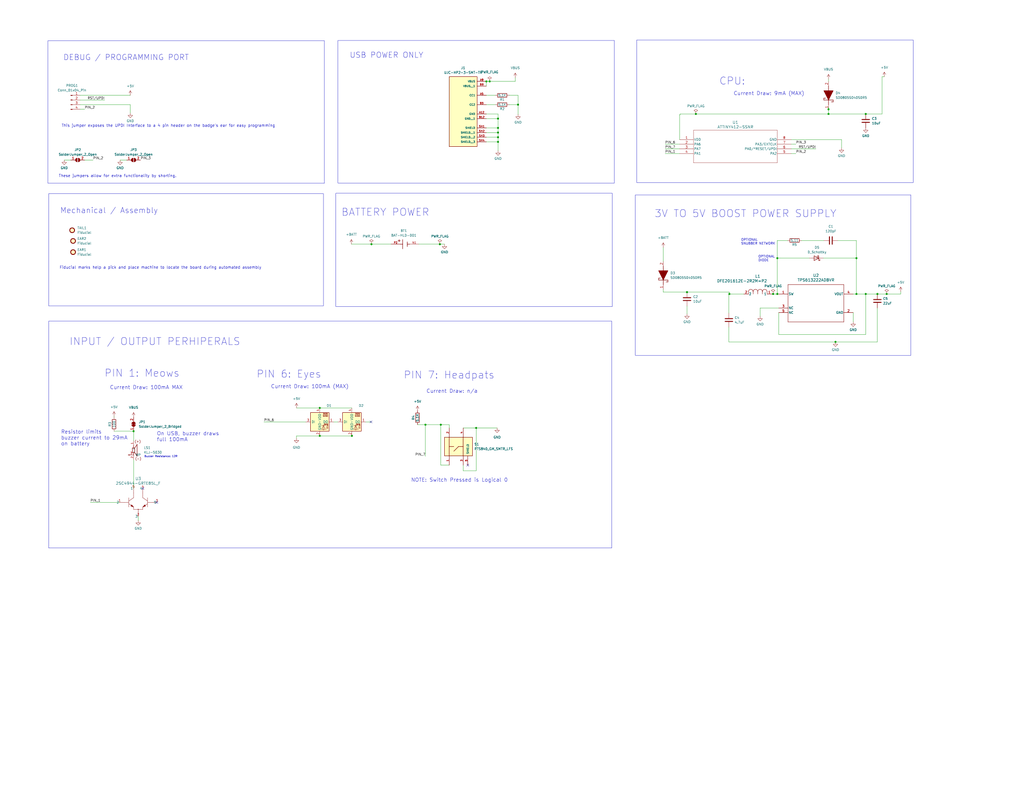
<source format=kicad_sch>
(kicad_sch (version 20231120) (generator "eeschema") (generator_version "8.0")
  (paper "C")
  (lib_symbols
    (symbol "2024-07-03_14-20-21:2SC4944-GRTE85L_F" (pin_names (offset 0.254))
      (property "Reference" "U" (at 0 0 0))
      (property "Value" "2SC4944-GRTE85L_F" (at 0 0 0))
      (symbol "2SC4944-GRTE85L_F_0_1"
        (polyline (pts (xy -2.54 -5.08) (xy 0 -5.08)))
        (polyline (pts (xy 2.54 -5.842) (xy 5.08 -7.62)))
        (polyline (pts (xy 2.54 -5.08) (xy 0 -5.08)))
        (polyline (pts (xy 2.54 -2.54) (xy 2.54 -7.62)))
        (polyline (pts (xy 5.08 -8.89) (xy 10.16 -8.89)))
        (polyline (pts (xy 5.08 -7.62) (xy 5.08 -8.89)))
        (polyline (pts (xy 5.08 -2.54) (xy 2.54 -4.318)))
        (polyline (pts (xy 5.08 -2.54) (xy 5.08 0)))
        (polyline (pts (xy 5.08 2.54) (xy 5.08 0)))
        (polyline (pts (xy 7.62 -12.7) (xy 7.62 -10.16)))
        (polyline (pts (xy 7.62 -8.89) (xy 7.62 -10.16)))
        (polyline (pts (xy 10.16 -7.62) (xy 10.16 -8.89)))
        (polyline (pts (xy 10.16 -7.62) (xy 12.7 -5.842)))
        (polyline (pts (xy 10.16 -2.54) (xy 10.16 0)))
        (polyline (pts (xy 10.16 2.54) (xy 10.16 0)))
        (polyline (pts (xy 12.7 -7.62) (xy 12.7 -2.54)))
        (polyline (pts (xy 12.7 -5.08) (xy 15.24 -5.08)))
        (polyline (pts (xy 12.7 -4.318) (xy 10.16 -2.54)))
        (polyline (pts (xy 17.78 -5.08) (xy 15.24 -5.08)))
        (polyline (pts (xy 5.08 -7.62) (xy 4.064 -6.35) (xy 3.556 -7.112) (xy 5.08 -7.62)) (fill (type outline)))
        (polyline (pts (xy 10.16 -7.62) (xy 11.684 -7.112) (xy 11.176 -6.35) (xy 10.16 -7.62)) (fill (type outline)))
        (circle (center 7.62 -8.89) (radius 0.127) (stroke (width 0.254)))
        (pin unspecified line (at -2.5146 -5.08 180) (length 0.0254) (name "2") (number "1"))
        (pin unspecified line (at 7.6454 -12.7 180) (length 0.0254) (name "3") (number "2"))
        (pin unspecified line (at 17.8054 -5.08 180) (length 0.0254) (name "5") (number "3"))
        (pin unspecified line (at 10.1854 2.54 180) (length 0.0254) (name "4") (number "4"))
        (pin unspecified line (at 5.1054 2.54 180) (length 0.0254) (name "1") (number "5"))
      )
    )
    (symbol "2024-09-13_14-23-00:TPS613222ADBVR" (pin_names (offset 0.254))
      (property "Reference" "U" (at 0 2.54 0))
      (property "Value" "TPS613222ADBVR" (at 0 0 0))
      (symbol "TPS613222ADBVR_0_1"
        (polyline (pts (xy -15.24 -10.16) (xy 15.24 -10.16)) (stroke (width 0.2032)))
        (polyline (pts (xy -15.24 10.16) (xy -15.24 -10.16)) (stroke (width 0.2032)))
        (polyline (pts (xy 15.24 -10.16) (xy 15.24 10.16)) (stroke (width 0.2032)))
        (polyline (pts (xy 15.24 10.16) (xy -15.24 10.16)) (stroke (width 0.2032)))
        (pin power_in line (at -20.32 5.08 0) (length 5.08) (name "SW") (number "1"))
        (pin power_in line (at 20.32 -5.08 180) (length 5.08) (name "GND") (number "2"))
        (pin unspecified line (at -20.32 -2.54 0) (length 5.08) (name "NC") (number "3"))
        (pin power_in line (at 20.32 5.08 180) (length 5.08) (name "VOUT") (number "4"))
        (pin unspecified line (at -20.32 -5.08 0) (length 5.08) (name "NC") (number "5"))
      )
    )
    (symbol "2024-09-13_14-25-03:DFE201612E-2R2M=P2" (pin_names (offset 0.254))
      (property "Reference" "L" (at 6.985 5.08 0))
      (property "Value" "DFE201612E-2R2M=P2" (at 6.985 -2.54 0))
      (property "Footprint" "DFE201612E_2R2M_P2:IND_DFE2016_MUR" (at 0 0 0))
      (symbol "DFE201612E-2R2M=P2_1_1"
        (polyline (pts (xy 2.54 0) (xy 2.54 1.27)) (stroke (width 0.2032)))
        (polyline (pts (xy 5.08 0) (xy 5.08 1.27)) (stroke (width 0.2032)))
        (polyline (pts (xy 7.62 0) (xy 7.62 1.27)) (stroke (width 0.2032)))
        (polyline (pts (xy 10.16 0) (xy 10.16 1.27)) (stroke (width 0.2032)))
        (polyline (pts (xy 12.7 0) (xy 12.7 1.27)) (stroke (width 0.2032)))
        (arc (start 5.08 1.27) (mid 3.81 2.5345) (end 2.54 1.27) (stroke (width 0.2032)))
        (arc (start 7.62 1.27) (mid 6.35 2.5345) (end 5.08 1.27) (stroke (width 0.2032)))
        (arc (start 10.16 1.27) (mid 8.89 2.5345) (end 7.62 1.27) (stroke (width 0.2032)))
        (arc (start 12.7 1.27) (mid 11.43 2.5345) (end 10.16 1.27) (stroke (width 0.2032)))
        (pin unspecified line (at 15.24 0 180) (length 2.54) (name "1") (number "1"))
        (pin unspecified line (at 0 0 0) (length 2.54) (name "2") (number "2"))
      )
      (symbol "DFE201612E-2R2M=P2_1_2"
        (arc (start -1.27 5.08) (mid -2.5345 3.81) (end -1.27 2.54) (stroke (width 0.2032)))
        (arc (start -1.27 7.62) (mid -2.5345 6.35) (end -1.27 5.08) (stroke (width 0.2032)))
        (arc (start -1.27 10.16) (mid -2.5345 8.89) (end -1.27 7.62) (stroke (width 0.2032)))
        (arc (start -1.27 12.7) (mid -2.5345 11.43) (end -1.27 10.16) (stroke (width 0.2032)))
        (polyline (pts (xy 0 2.54) (xy -1.27 2.54)) (stroke (width 0.2032)))
        (polyline (pts (xy 0 5.08) (xy -1.27 5.08)) (stroke (width 0.2032)))
        (polyline (pts (xy 0 7.62) (xy -1.27 7.62)) (stroke (width 0.2032)))
        (polyline (pts (xy 0 10.16) (xy -1.27 10.16)) (stroke (width 0.2032)))
        (polyline (pts (xy 0 12.7) (xy -1.27 12.7)) (stroke (width 0.2032)))
        (pin unspecified line (at 0 15.24 270) (length 2.54) (name "1") (number "1"))
        (pin unspecified line (at 0 0 90) (length 2.54) (name "2") (number "2"))
      )
    )
    (symbol "2024-09-28_14-41-15:ATTINY412-SSNR" (pin_names (offset 0.254))
      (property "Reference" "U" (at 30.48 10.16 0))
      (property "Value" "ATTINY412-SSNR" (at 30.48 7.62 0))
      (symbol "ATTINY412-SSNR_0_1"
        (polyline (pts (xy 7.62 -12.7) (xy 53.34 -12.7)) (stroke (width 0.127)))
        (polyline (pts (xy 7.62 5.08) (xy 7.62 -12.7)) (stroke (width 0.127)))
        (polyline (pts (xy 53.34 -12.7) (xy 53.34 5.08)) (stroke (width 0.127)))
        (polyline (pts (xy 53.34 5.08) (xy 7.62 5.08)) (stroke (width 0.127)))
        (pin power_in line (at 0 0 0) (length 7.62) (name "VDD") (number "1"))
        (pin bidirectional line (at 0 -2.54 0) (length 7.62) (name "PA6") (number "2"))
        (pin bidirectional line (at 0 -5.08 0) (length 7.62) (name "PA7") (number "3"))
        (pin bidirectional line (at 0 -7.62 0) (length 7.62) (name "PA1") (number "4"))
        (pin bidirectional line (at 60.96 -7.62 180) (length 7.62) (name "PA2") (number "5"))
        (pin bidirectional line (at 60.96 -5.08 180) (length 7.62) (name "PA0/*RESET/UPDI") (number "6"))
        (pin bidirectional line (at 60.96 -2.54 180) (length 7.62) (name "PA3/EXTCLK") (number "7"))
        (pin power_out line (at 60.96 0 180) (length 7.62) (name "GND") (number "8"))
      )
    )
    (symbol "BAT-HLD-001:BAT-HLD-001" (pin_names (offset 1.016))
      (property "Reference" "BT" (at -3.81 3.81 0))
      (property "Value" "BAT-HLD-001" (at -3.81 -5.08 0))
      (symbol "BAT-HLD-001_0_0"
        (polyline (pts (xy -3.81 1.905) (xy -2.54 1.905)) (stroke (width 0.254)))
        (polyline (pts (xy -3.175 2.54) (xy -3.175 1.27)) (stroke (width 0.254)))
        (polyline (pts (xy -1.27 0) (xy -2.54 0)) (stroke (width 0.254)))
        (polyline (pts (xy -1.27 0) (xy -1.27 -2.54)) (stroke (width 0.254)))
        (polyline (pts (xy -1.27 2.54) (xy -1.27 0)) (stroke (width 0.254)))
        (polyline (pts (xy 1.27 0) (xy 1.27 -1.27)) (stroke (width 0.254)))
        (polyline (pts (xy 1.27 0) (xy 2.54 0)) (stroke (width 0.254)))
        (polyline (pts (xy 1.27 1.27) (xy 1.27 0)) (stroke (width 0.254)))
        (pin passive line (at 7.62 0 180) (length 5.08) (name "~") (number "N1"))
        (pin passive line (at -7.62 0 0) (length 5.08) (name "~") (number "P1"))
        (pin passive line (at -7.62 0 0) (length 5.08) (name "~") (number "P2"))
      )
    )
    (symbol "C_1" (pin_numbers hide) (pin_names (offset 0.254))
      (property "Reference" "C" (at 0.635 2.54 0))
      (property "Value" "C" (at 0.635 -2.54 0))
      (symbol "C_1_0_1"
        (polyline (pts (xy -2.032 -0.762) (xy 2.032 -0.762)) (stroke (width 0.508)))
        (polyline (pts (xy -2.032 0.762) (xy 2.032 0.762)) (stroke (width 0.508)))
      )
      (symbol "C_1_1_1"
        (pin passive line (at 0 3.81 270) (length 2.794) (name "~") (number "1"))
        (pin passive line (at 0 -3.81 90) (length 2.794) (name "~") (number "2"))
      )
    )
    (symbol "Connector:Conn_01x04_Pin" (pin_names (offset 1.016) hide)
      (property "Reference" "J" (at 0 5.08 0))
      (property "Value" "Conn_01x04_Pin" (at 0 -7.62 0))
      (symbol "Conn_01x04_Pin_1_1"
        (polyline (pts (xy 1.27 -5.08) (xy 0.8636 -5.08)) (stroke (width 0.1524)))
        (polyline (pts (xy 1.27 -2.54) (xy 0.8636 -2.54)) (stroke (width 0.1524)))
        (polyline (pts (xy 1.27 0) (xy 0.8636 0)) (stroke (width 0.1524)))
        (polyline (pts (xy 1.27 2.54) (xy 0.8636 2.54)) (stroke (width 0.1524)))
        (rectangle (start 0.8636 -4.953) (end 0 -5.207) (stroke (width 0.1524)) (fill (type outline)))
        (rectangle (start 0.8636 -2.413) (end 0 -2.667) (stroke (width 0.1524)) (fill (type outline)))
        (rectangle (start 0.8636 0.127) (end 0 -0.127) (stroke (width 0.1524)) (fill (type outline)))
        (rectangle (start 0.8636 2.667) (end 0 2.413) (stroke (width 0.1524)) (fill (type outline)))
        (pin passive line (at 5.08 2.54 180) (length 3.81) (name "Pin_1") (number "1"))
        (pin passive line (at 5.08 0 180) (length 3.81) (name "Pin_2") (number "2"))
        (pin passive line (at 5.08 -2.54 180) (length 3.81) (name "Pin_3") (number "3"))
        (pin passive line (at 5.08 -5.08 180) (length 3.81) (name "Pin_4") (number "4"))
      )
    )
    (symbol "Device:D_Schottky" (pin_numbers hide) (pin_names (offset 1.016) hide)
      (property "Reference" "D" (at 0 2.54 0))
      (property "Value" "D_Schottky" (at 0 -2.54 0))
      (symbol "D_Schottky_0_1"
        (polyline (pts (xy 1.27 0) (xy -1.27 0)))
        (polyline (pts (xy 1.27 1.27) (xy 1.27 -1.27) (xy -1.27 0) (xy 1.27 1.27)) (stroke (width 0.254)))
        (polyline (pts (xy -1.905 0.635) (xy -1.905 1.27) (xy -1.27 1.27) (xy -1.27 -1.27) (xy -0.635 -1.27) (xy -0.635 -0.635)) (stroke (width 0.254)))
      )
      (symbol "D_Schottky_1_1"
        (pin passive line (at -3.81 0 0) (length 2.54) (name "K") (number "1"))
        (pin passive line (at 3.81 0 180) (length 2.54) (name "A") (number "2"))
      )
    )
    (symbol "Device:R" (pin_numbers hide) (pin_names (offset 0))
      (property "Reference" "R" (at 2.032 0 90))
      (property "Value" "R" (at 0 0 90))
      (symbol "R_0_1"
        (rectangle (start -1.016 -2.54) (end 1.016 2.54) (stroke (width 0.254)))
      )
      (symbol "R_1_1"
        (pin passive line (at 0 3.81 270) (length 1.27) (name "~") (number "1"))
        (pin passive line (at 0 -3.81 90) (length 1.27) (name "~") (number "2"))
      )
    )
    (symbol "GND_1" (power) (pin_names (offset 0))
      (property "Value" "GND_1" (at 0 -3.81 0))
      (symbol "GND_1_0_1"
        (polyline (pts (xy 0 0) (xy 0 -1.27) (xy 1.27 -1.27) (xy 0 -2.54) (xy -1.27 -1.27) (xy 0 -1.27)))
      )
      (symbol "GND_1_1_1"
        (pin power_in line (at 0 0 270) (length 0) hide (name "GND") (number "1"))
      )
    )
    (symbol "Jumper:SolderJumper_2_Bridged" (pin_names (offset 0) hide)
      (property "Reference" "JP" (at 0 2.032 0))
      (property "Value" "SolderJumper_2_Bridged" (at 0 -2.54 0))
      (symbol "SolderJumper_2_Bridged_0_1"
        (rectangle (start -0.508 0.508) (end 0.508 -0.508) (fill (type outline)))
        (arc (start -0.254 1.016) (mid -1.2656 0) (end -0.254 -1.016))
        (arc (start -0.254 1.016) (mid -1.2656 0) (end -0.254 -1.016) (fill (type outline)))
        (polyline (pts (xy -0.254 1.016) (xy -0.254 -1.016)))
        (polyline (pts (xy 0.254 1.016) (xy 0.254 -1.016)))
        (arc (start 0.254 -1.016) (mid 1.2656 0) (end 0.254 1.016))
        (arc (start 0.254 -1.016) (mid 1.2656 0) (end 0.254 1.016) (fill (type outline)))
      )
      (symbol "SolderJumper_2_Bridged_1_1"
        (pin passive line (at -3.81 0 0) (length 2.54) (name "A") (number "1"))
        (pin passive line (at 3.81 0 180) (length 2.54) (name "B") (number "2"))
      )
    )
    (symbol "Jumper:SolderJumper_2_Open" (pin_names (offset 0) hide)
      (property "Reference" "JP" (at 0 2.032 0))
      (property "Value" "SolderJumper_2_Open" (at 0 -2.54 0))
      (symbol "SolderJumper_2_Open_0_1"
        (arc (start -0.254 1.016) (mid -1.2656 0) (end -0.254 -1.016))
        (arc (start -0.254 1.016) (mid -1.2656 0) (end -0.254 -1.016) (fill (type outline)))
        (polyline (pts (xy -0.254 1.016) (xy -0.254 -1.016)))
        (polyline (pts (xy 0.254 1.016) (xy 0.254 -1.016)))
        (arc (start 0.254 -1.016) (mid 1.2656 0) (end 0.254 1.016))
        (arc (start 0.254 -1.016) (mid 1.2656 0) (end 0.254 1.016) (fill (type outline)))
      )
      (symbol "SolderJumper_2_Open_1_1"
        (pin passive line (at -3.81 0 0) (length 2.54) (name "A") (number "1"))
        (pin passive line (at 3.81 0 180) (length 2.54) (name "B") (number "2"))
      )
    )
    (symbol "LED:WS2812NanoMK"
      (property "Reference" "D" (at 6.604 6.858 0))
      (symbol "WS2812NanoMK_0_0"
        (text "RGB" (at 3.429 -1.397 0) (effects (font (size 0.762 0.762))))
      )
      (symbol "WS2812NanoMK_0_1"
        (polyline (pts (xy 1.016 -2.032) (xy 3.048 -2.032)))
        (polyline (pts (xy 4.445 -3.048) (xy 3.937 -3.048)))
        (polyline (pts (xy 4.445 -2.032) (xy 3.937 -2.032)))
        (polyline (pts (xy 2.032 -4.572) (xy 2.032 -2.032) (xy 2.032 -1.524)))
        (polyline (pts (xy 3.429 -4.064) (xy 4.445 -3.048) (xy 4.445 -3.556)))
        (polyline (pts (xy 3.429 -3.048) (xy 4.445 -2.032) (xy 4.445 -2.54)))
        (polyline (pts (xy 1.016 -4.064) (xy 3.048 -4.064) (xy 2.032 -2.032) (xy 1.016 -4.064)))
        (rectangle (start 5.08 -5.08) (end -5.08 5.08) (stroke (width 0.254)) (fill (type background)))
      )
      (symbol "WS2812NanoMK_1_1"
        (text "2020\nNANO" (at 3.048 3.81 0) (effects (font (size 0.7 0.7))))
        (pin output line (at 7.62 0 180) (length 2.54) (name "DO") (number "1"))
        (pin passive line (at 0 -7.62 90) (length 2.54) (name "GND") (number "2"))
        (pin input line (at -7.62 0 0) (length 2.54) (name "DI") (number "3"))
        (pin power_in line (at 0 7.62 270) (length 2.54) (name "VDD") (number "4"))
      )
    )
    (symbol "MK_Conn:KLJ-5030-Buzzer" (pin_names (offset 1.016))
      (property "Reference" "LS" (at -3.8154 8.9026 0))
      (property "Value" "KLJ-5030" (at -7.366 -11.43 0))
      (symbol "KLJ-5030-Buzzer_0_0"
        (polyline (pts (xy -0.635 -1.27) (xy -0.635 1.27)) (stroke (width 0.254)))
        (polyline (pts (xy -0.635 1.27) (xy 0 1.27)) (stroke (width 0.254)))
        (polyline (pts (xy 0 -1.27) (xy -0.635 -1.27)) (stroke (width 0.254)))
        (polyline (pts (xy 0 -1.27) (xy 0 -2.54)) (stroke (width 0.254)))
        (polyline (pts (xy 0 1.27) (xy 0 2.54)) (stroke (width 0.254)))
        (polyline (pts (xy 0 1.27) (xy 0.635 1.27)) (stroke (width 0.254)))
        (polyline (pts (xy 0.635 -1.27) (xy 0 -1.27)) (stroke (width 0.254)))
        (polyline (pts (xy 0.635 1.27) (xy 0.635 -1.27)) (stroke (width 0.254)))
        (polyline (pts (xy 0.635 1.27) (xy 1.905 3.175)) (stroke (width 0.254)))
        (polyline (pts (xy 1.905 -3.175) (xy 0.635 -1.27)) (stroke (width 0.254)))
        (polyline (pts (xy 1.905 3.175) (xy 1.905 -3.175)) (stroke (width 0.254)))
      )
      (symbol "KLJ-5030-Buzzer_1_0"
        (pin passive line (at 0 5.08 270) (length 2.54) (name "+") (number "1"))
        (pin passive line (at 0 -5.08 90) (length 2.54) (name "-") (number "2"))
      )
      (symbol "KLJ-5030-Buzzer_1_1"
        (text "(+)" (at 2.286 4.826 0) (effects (font (size 1.27 1.27))))
        (text "(-)" (at 2.54 -4.572 0) (effects (font (size 1.27 1.27))))
        (pin no_connect line (at -2.54 -2.54 0) (length 2.54) (name "MP") (number "3"))
      )
    )
    (symbol "Mechanical:Fiducial"
      (property "Reference" "FID" (at 0 5.08 0))
      (property "Value" "Fiducial" (at 0 3.175 0))
      (symbol "Fiducial_0_1"
        (circle (center 0 0) (radius 1.27) (stroke (width 0.508)) (fill (type background)))
      )
    )
    (symbol "PTS840_GM_SMTR_LFS:PTS840_GM_SMTR_LFS" (pin_names (offset 1.016))
      (property "Reference" "S" (at -5.0859 8.1375 0))
      (property "Value" "PTS840_GM_SMTR_LFS" (at -5.1026 -10.2053 0))
      (symbol "PTS840_GM_SMTR_LFS_0_0"
        (rectangle (start -5.08 -7.62) (end 5.08 7.62) (stroke (width 0.254)) (fill (type background)))
        (polyline (pts (xy -5.08 -2.54) (xy 0 -2.54)) (stroke (width 0.254)))
        (polyline (pts (xy -5.08 5.08) (xy 0 5.08)) (stroke (width 0.254)))
        (polyline (pts (xy 0 -2.54) (xy 0 0)) (stroke (width 0.254)))
        (polyline (pts (xy 0 -2.54) (xy 5.08 -2.54)) (stroke (width 0.254)))
        (polyline (pts (xy 0 0) (xy -2.54 2.54)) (stroke (width 0.254)))
        (polyline (pts (xy 0 5.08) (xy 0 2.54)) (stroke (width 0.254)))
        (polyline (pts (xy 0 5.08) (xy 5.08 5.08)) (stroke (width 0.254)))
        (pin passive line (at -10.16 5.08 0) (length 5.08) (name "~") (number "1"))
        (pin passive line (at 10.16 5.08 180) (length 5.08) (name "~") (number "2"))
        (pin passive line (at -10.16 -2.54 0) (length 5.08) (name "~") (number "3"))
        (pin passive line (at 10.16 -2.54 180) (length 5.08) (name "~") (number "4"))
        (pin passive line (at -10.16 -5.08 0) (length 5.08) (name "SHIELD") (number "5"))
      )
    )
    (symbol "SD0805S040S0R5:SD0805S040S0R5" (pin_names hide)
      (property "Reference" "D" (at 12.7 8.89 0))
      (property "Value" "SD0805S040S0R5" (at 12.7 6.35 0))
      (symbol "SD0805S040S0R5_1_1"
        (polyline (pts (xy 5.08 0) (xy 7.62 0)) (stroke (width 0.254)))
        (polyline (pts (xy 6.604 -1.524) (xy 6.604 -2.54)) (stroke (width 0.254)))
        (polyline (pts (xy 7.62 -2.54) (xy 6.604 -2.54)) (stroke (width 0.254)))
        (polyline (pts (xy 7.62 2.54) (xy 7.62 -2.54)) (stroke (width 0.254)))
        (polyline (pts (xy 7.62 2.54) (xy 8.636 2.54)) (stroke (width 0.254)))
        (polyline (pts (xy 8.636 1.524) (xy 8.636 2.54)) (stroke (width 0.254)))
        (polyline (pts (xy 12.7 0) (xy 15.24 0)) (stroke (width 0.254)))
        (polyline (pts (xy 7.62 0) (xy 12.7 2.54) (xy 12.7 -2.54) (xy 7.62 0)) (stroke (width 0.254)) (fill (type outline)))
        (pin passive line (at 2.54 0 0) (length 2.54) (name "K") (number "1"))
        (pin passive line (at 17.78 0 180) (length 2.54) (name "A") (number "2"))
      )
    )
    (symbol "UJC-HP2-3-SMT-TR:UJC-HP2-3-SMT-TR" (pin_names (offset 1.016))
      (property "Reference" "J" (at -7.62 13.462 0))
      (property "Value" "UJC-HP2-3-SMT-TR" (at -7.62 -27.94 0))
      (symbol "UJC-HP2-3-SMT-TR_0_0"
        (rectangle (start -7.62 -25.4) (end 7.62 12.7) (stroke (width 0.254)) (fill (type background)))
        (pin passive line (at 12.7 -7.62 180) (length 5.08) (name "GND") (number "A12"))
        (pin passive line (at 12.7 2.54 180) (length 5.08) (name "CC1") (number "A5"))
        (pin passive line (at 12.7 10.16 180) (length 5.08) (name "VBUS") (number "A9"))
        (pin passive line (at 12.7 -10.16 180) (length 5.08) (name "GND__1") (number "B12"))
        (pin passive line (at 12.7 -2.54 180) (length 5.08) (name "CC2") (number "B5"))
        (pin passive line (at 12.7 7.62 180) (length 5.08) (name "VBUS__1") (number "B9"))
        (pin passive line (at 12.7 -15.24 180) (length 5.08) (name "SHIELD") (number "SH1"))
        (pin passive line (at 12.7 -17.78 180) (length 5.08) (name "SHIELD__1") (number "SH2"))
        (pin passive line (at 12.7 -20.32 180) (length 5.08) (name "SHIELD__2") (number "SH3"))
        (pin passive line (at 12.7 -22.86 180) (length 5.08) (name "SHIELD__3") (number "SH4"))
      )
    )
    (symbol "power:+5V" (power) (pin_names (offset 0))
      (property "Value" "+5V" (at 0 3.556 0))
      (symbol "+5V_0_1"
        (polyline (pts (xy -0.762 1.27) (xy 0 2.54)))
        (polyline (pts (xy 0 0) (xy 0 2.54)))
        (polyline (pts (xy 0 2.54) (xy 0.762 1.27)))
      )
      (symbol "+5V_1_1"
        (pin power_in line (at 0 0 90) (length 0) hide (name "+5V") (number "1"))
      )
    )
    (symbol "power:+BATT" (power) (pin_names (offset 0))
      (property "Value" "+BATT" (at 0 3.556 0))
      (symbol "+BATT_0_1"
        (polyline (pts (xy -0.762 1.27) (xy 0 2.54)))
        (polyline (pts (xy 0 0) (xy 0 2.54)))
        (polyline (pts (xy 0 2.54) (xy 0.762 1.27)))
      )
      (symbol "+BATT_1_1"
        (pin power_in line (at 0 0 90) (length 0) hide (name "+BATT") (number "1"))
      )
    )
    (symbol "power:GND" (power) (pin_names (offset 0))
      (property "Value" "GND" (at 0 -3.81 0))
      (symbol "GND_0_1"
        (polyline (pts (xy 0 0) (xy 0 -1.27) (xy 1.27 -1.27) (xy 0 -2.54) (xy -1.27 -1.27) (xy 0 -1.27)))
      )
      (symbol "GND_1_1"
        (pin power_in line (at 0 0 270) (length 0) hide (name "GND") (number "1"))
      )
    )
    (symbol "power:PWR_FLAG" (power) (pin_numbers hide) (pin_names (offset 0) hide)
      (property "Value" "PWR_FLAG" (at 0 3.81 0))
      (symbol "PWR_FLAG_0_0"
        (pin power_out line (at 0 0 90) (length 0) (name "pwr") (number "1"))
      )
      (symbol "PWR_FLAG_0_1"
        (polyline (pts (xy 0 0) (xy 0 1.27) (xy -1.016 1.905) (xy 0 2.54) (xy 1.016 1.905) (xy 0 1.27)))
      )
    )
    (symbol "power:VBUS" (power) (pin_names (offset 0))
      (property "Value" "VBUS" (at 0 3.81 0))
      (symbol "VBUS_0_1"
        (polyline (pts (xy -0.762 1.27) (xy 0 2.54)))
        (polyline (pts (xy 0 0) (xy 0 2.54)))
        (polyline (pts (xy 0 2.54) (xy 0.762 1.27)))
      )
      (symbol "VBUS_1_1"
        (pin power_in line (at 0 0 90) (length 0) hide (name "VBUS") (number "1"))
      )
    )
  )
  (junction (at 271.78 64.77))
  (junction (at 421.894 160.528))
  (junction (at 472.44 62.23))
  (junction (at 398.018 160.528))
  (junction (at 374.904 159.512))
  (junction (at 452.12 62.23))
  (junction (at 240.03 133.35))
  (junction (at 455.93 186.69))
  (junction (at 478.79 160.528))
  (junction (at 467.36 140.97))
  (junction (at 265.43 44.45))
  (junction (at 271.78 77.47))
  (junction (at 424.18 140.97))
  (junction (at 174.498 222.758))
  (junction (at 232.156 231.902))
  (junction (at 379.73 62.23))
  (junction (at 483.87 160.528))
  (junction (at 267.208 44.45))
  (junction (at 472.44 160.528))
  (junction (at 424.18 160.528))
  (junction (at 174.498 237.998))
  (junction (at 192.024 237.998))
  (junction (at 271.78 72.39))
  (junction (at 282.702 57.15))
  (junction (at 72.898 235.458))
  (junction (at 271.78 74.93))
  (junction (at 271.78 69.85))
  (junction (at 259.842 233.68))
  (junction (at 452.12 59.69))
  (junction (at 467.36 160.528))
  (junction (at 202.692 133.35))
  (junction (at 240.538 231.902))
  (no_connect (at 77.978 266.7))
  (no_connect (at 85.598 274.32))
  (no_connect (at 255.27 254))
  (no_connect (at 202.438 230.378))
  (wire (pts (xy 465.582 160.528) (xy 467.36 160.528)))
  (wire (pts (xy 482.6 41.91) (xy 481.33 41.91)))
  (wire (pts (xy 452.12 43.18) (xy 452.12 44.45)))
  (wire (pts (xy 424.942 182.626) (xy 472.44 182.626)))
  (wire (pts (xy 71.12 57.15) (xy 71.12 61.722)))
  (wire (pts (xy 421.894 160.528) (xy 424.18 160.528)))
  (wire (pts (xy 35.052 87.376) (xy 38.608 87.376)))
  (wire (pts (xy 379.73 62.23) (xy 452.12 62.23)))
  (wire (pts (xy 265.43 77.47) (xy 271.78 77.47)))
  (wire (pts (xy 252.73 233.68) (xy 259.842 233.68)))
  (wire (pts (xy 282.702 52.07) (xy 282.702 57.15)))
  (wire (pts (xy 252.73 257.048) (xy 259.842 257.048)))
  (wire (pts (xy 161.798 237.998) (xy 174.498 237.998)))
  (wire (pts (xy 282.702 57.15) (xy 282.702 62.484)))
  (wire (pts (xy 467.36 160.528) (xy 472.44 160.528)))
  (wire (pts (xy 271.78 69.85) (xy 271.78 72.39)))
  (wire (pts (xy 271.78 64.77) (xy 271.78 69.85)))
  (wire (pts (xy 434.34 83.82) (xy 431.8 83.82)))
  (wire (pts (xy 72.898 235.458) (xy 62.23 235.458)))
  (wire (pts (xy 467.36 131.318) (xy 467.36 140.97)))
  (wire (pts (xy 397.764 178.562) (xy 397.764 186.69)))
  (wire (pts (xy 271.78 62.23) (xy 271.78 64.77)))
  (wire (pts (xy 75.438 284.226) (xy 75.4126 284.226)))
  (wire (pts (xy 491.49 159.258) (xy 491.49 160.528)))
  (wire (pts (xy 228.6 133.35) (xy 240.03 133.35)))
  (wire (pts (xy 227.838 231.902) (xy 232.156 231.902)))
  (wire (pts (xy 265.43 72.39) (xy 271.78 72.39)))
  (wire (pts (xy 374.904 159.512) (xy 398.018 159.512)))
  (wire (pts (xy 265.43 44.45) (xy 265.43 46.99)))
  (wire (pts (xy 259.842 233.68) (xy 271.272 233.68)))
  (wire (pts (xy 72.898 250.952) (xy 72.898 266.7)))
  (wire (pts (xy 277.876 57.15) (xy 282.702 57.15)))
  (wire (pts (xy 267.208 44.45) (xy 281.178 44.45)))
  (wire (pts (xy 265.43 64.77) (xy 271.78 64.77)))
  (wire (pts (xy 265.43 69.85) (xy 271.78 69.85)))
  (wire (pts (xy 405.892 160.528) (xy 398.018 160.528)))
  (wire (pts (xy 174.498 222.758) (xy 192.024 222.758)))
  (wire (pts (xy 192.278 238.252) (xy 192.278 237.998)))
  (wire (pts (xy 161.798 239.268) (xy 161.798 237.998)))
  (wire (pts (xy 232.156 231.902) (xy 240.538 231.902)))
  (wire (pts (xy 472.44 160.528) (xy 478.79 160.528)))
  (wire (pts (xy 75.438 281.94) (xy 75.438 284.226)))
  (wire (pts (xy 449.326 140.97) (xy 467.36 140.97)))
  (wire (pts (xy 362.966 83.82) (xy 370.84 83.82)))
  (wire (pts (xy 424.18 131.318) (xy 424.18 140.97)))
  (wire (pts (xy 242.57 133.35) (xy 240.03 133.35)))
  (wire (pts (xy 421.132 160.528) (xy 421.894 160.528)))
  (wire (pts (xy 202.692 133.35) (xy 213.36 133.35)))
  (wire (pts (xy 192.024 237.998) (xy 192.278 237.998)))
  (wire (pts (xy 478.79 168.148) (xy 478.79 186.69)))
  (wire (pts (xy 43.688 57.15) (xy 71.12 57.15)))
  (wire (pts (xy 374.904 167.132) (xy 374.904 171.45)))
  (wire (pts (xy 362.966 81.28) (xy 370.84 81.28)))
  (wire (pts (xy 457.2 131.318) (xy 467.36 131.318)))
  (wire (pts (xy 240.538 254) (xy 245.11 254)))
  (wire (pts (xy 271.78 72.39) (xy 271.78 74.93)))
  (wire (pts (xy 240.538 231.902) (xy 245.11 231.902)))
  (wire (pts (xy 371.094 62.23) (xy 379.73 62.23)))
  (wire (pts (xy 65.532 87.376) (xy 69.088 87.376)))
  (wire (pts (xy 424.942 168.148) (xy 414.782 168.148)))
  (wire (pts (xy 174.498 237.998) (xy 192.024 237.998)))
  (wire (pts (xy 267.208 44.45) (xy 265.43 44.45)))
  (wire (pts (xy 361.95 157.988) (xy 361.95 159.512)))
  (wire (pts (xy 398.018 160.528) (xy 397.764 160.528)))
  (wire (pts (xy 265.43 62.23) (xy 271.78 62.23)))
  (wire (pts (xy 371.094 62.738) (xy 370.84 62.738)))
  (wire (pts (xy 478.79 160.528) (xy 483.87 160.528)))
  (wire (pts (xy 452.12 59.69) (xy 452.12 62.23)))
  (wire (pts (xy 478.79 186.69) (xy 455.93 186.69)))
  (wire (pts (xy 72.898 235.458) (xy 72.898 240.792)))
  (wire (pts (xy 424.18 160.528) (xy 424.18 140.97)))
  (wire (pts (xy 467.36 140.97) (xy 467.36 160.528)))
  (wire (pts (xy 270.256 52.07) (xy 265.43 52.07)))
  (wire (pts (xy 277.876 52.07) (xy 282.702 52.07)))
  (wire (pts (xy 362.966 78.74) (xy 370.84 78.74)))
  (wire (pts (xy 481.33 41.91) (xy 481.33 62.23)))
  (wire (pts (xy 271.78 77.47) (xy 271.78 82.296)))
  (wire (pts (xy 161.798 222.758) (xy 174.498 222.758)))
  (wire (pts (xy 424.18 160.528) (xy 424.942 160.528)))
  (wire (pts (xy 397.764 160.528) (xy 397.764 170.942)))
  (wire (pts (xy 472.44 182.626) (xy 472.44 160.528)))
  (wire (pts (xy 265.43 57.15) (xy 270.256 57.15)))
  (wire (pts (xy 437.388 131.318) (xy 449.58 131.318)))
  (wire (pts (xy 245.11 231.902) (xy 245.11 233.68)))
  (wire (pts (xy 192.024 237.998) (xy 192.024 238.252)))
  (wire (pts (xy 50.8 87.376) (xy 46.228 87.376)))
  (wire (pts (xy 414.782 168.148) (xy 414.782 172.72)))
  (wire (pts (xy 232.156 231.902) (xy 232.156 249.174)))
  (wire (pts (xy 46.228 59.69) (xy 43.688 59.69)))
  (wire (pts (xy 424.18 131.318) (xy 429.768 131.318)))
  (wire (pts (xy 371.094 62.738) (xy 371.094 62.23)))
  (wire (pts (xy 431.8 76.2) (xy 459.232 76.2)))
  (wire (pts (xy 361.95 159.512) (xy 374.904 159.512)))
  (wire (pts (xy 192.024 238.252) (xy 192.278 238.252)))
  (wire (pts (xy 465.582 170.688) (xy 465.582 175.768)))
  (wire (pts (xy 483.87 160.528) (xy 491.49 160.528)))
  (wire (pts (xy 191.77 133.35) (xy 202.692 133.35)))
  (wire (pts (xy 424.18 140.97) (xy 441.706 140.97)))
  (wire (pts (xy 71.12 52.07) (xy 43.688 52.07)))
  (wire (pts (xy 431.8 81.28) (xy 445.262 81.28)))
  (wire (pts (xy 281.178 42.418) (xy 281.178 44.45)))
  (wire (pts (xy 43.688 54.61) (xy 57.15 54.61)))
  (wire (pts (xy 240.538 231.902) (xy 240.538 254)))
  (wire (pts (xy 398.018 159.512) (xy 398.018 160.528)))
  (wire (pts (xy 455.93 186.69) (xy 397.764 186.69)))
  (wire (pts (xy 481.33 62.23) (xy 472.44 62.23)))
  (wire (pts (xy 49.276 274.32) (xy 65.278 274.32)))
  (wire (pts (xy 252.73 254) (xy 252.73 257.048)))
  (wire (pts (xy 424.942 170.688) (xy 424.942 182.626)))
  (wire (pts (xy 182.118 230.378) (xy 184.404 230.378)))
  (wire (pts (xy 452.12 58.42) (xy 452.12 59.69)))
  (wire (pts (xy 452.12 62.23) (xy 472.44 62.23)))
  (wire (pts (xy 62.23 227.838) (xy 62.23 227.33)))
  (wire (pts (xy 370.84 62.738) (xy 370.84 76.2)))
  (wire (pts (xy 265.43 74.93) (xy 271.78 74.93)))
  (wire (pts (xy 271.78 74.93) (xy 271.78 77.47)))
  (wire (pts (xy 459.232 76.2) (xy 459.232 80.772)))
  (wire (pts (xy 259.842 257.048) (xy 259.842 233.68)))
  (wire (pts (xy 434.34 78.74) (xy 431.8 78.74)))
  (wire (pts (xy 199.644 230.378) (xy 202.438 230.378)))
  (wire (pts (xy 361.95 135.128) (xy 361.95 142.748)))
  (wire (pts (xy 144.018 230.378) (xy 166.878 230.378)))
  (rectangle (start 346.71 106.426) (end 497.078 194.056))
  (rectangle (start 26.162 22.225) (end 177.038 100.076))
  (rectangle (start 184.404 22.098) (end 335.28 99.949))
  (rectangle (start 347.472 21.844) (end 498.348 99.695))
  (rectangle (start 183.261 105.537) (end 334.137 167.386))
  (rectangle (start 26.543 105.791) (end 176.53 167.005))
  (rectangle (start 26.543 175.387) (end 333.883 299.212))
  (text "These jumpers allow for extra functionality by shorting." (at 32.004 97.028 0) (effects (font (size 1.5 1.5)) (justify left bottom)))
  (text "Current Draw: 100mA MAX" (at 59.944 212.852 0) (effects (font (size 2 2)) (justify left bottom)))
  (text "BATTERY POWER" (at 186.182 118.364 0) (effects (font (size 4 4)) (justify left bottom)))
  (text "Current Draw: 9mA (MAX)" (at 400.304 52.324 0) (effects (font (size 2 2)) (justify left bottom)))
  (text "Current Draw: 100mA (MAX)" (at 147.828 212.344 0) (effects (font (size 2 2)) (justify left bottom)))
  (text "USB POWER ONLY" (at 190.754 32.004 0) (effects (font (size 3 3)) (justify left bottom)))
  (text "OPTIONAL\nDIODE" (at 413.766 143.002 0) (effects (font (size 1.27 1.27)) (justify left bottom)))
  (text "PIN 7: Headpats" (at 220.218 207.264 0) (effects (font (size 4 4)) (justify left bottom)))
  (text "PIN 6: Eyes" (at 139.954 206.756 0) (effects (font (size 4 4)) (justify left bottom)))
  (text "OPTIONAL\nSNUBBER NETWORK" (at 404.368 133.858 0) (effects (font (size 1.27 1.27)) (justify left bottom)))
  (text "NOTE: Switch Pressed is Logical 0" (at 224.282 263.398 0) (effects (font (size 2 2)) (justify left bottom)))
  (text "PIN 1: Meows" (at 56.896 206.248 0) (effects (font (size 4 4)) (justify left bottom)))
  (text "Resistor limits \nbuzzer current to 29mA \non battery" (at 33.274 243.586 0) (effects (font (size 2 2)) (justify left bottom)))
  (text "3V TO 5V BOOST POWER SUPPLY" (at 357.124 119.126 0) (effects (font (size 4 4)) (justify left bottom)))
  (text "Fiducial marks help a pick and place machine to locate the board during automated assembly" (at 32.512 147.066 0) (effects (font (size 1.5 1.5)) (justify left bottom)))
  (text "INPUT / OUTPUT PERHIPERALS" (at 37.846 188.976 0) (effects (font (size 4 4)) (justify left bottom)))
  (text "Current Draw: n/a" (at 232.664 214.884 0) (effects (font (size 2 2)) (justify left bottom)))
  (text "On USB, buzzer draws\nfull 100mA" (at 85.598 241.3 0) (effects (font (size 2 2)) (justify left bottom)))
  (text "This jumper exposes the UPDI Interface to a 4 pin header on the badge's ear for easy programming" (at 33.528 69.596 0) (effects (font (size 1.5 1.5)) (justify left bottom)))
  (text "Buzzer Resistance: 12R" (at 78.74 249.936 0) (effects (font (size 1 1)) (justify left bottom)))
  (text "CPU:" (at 392.43 46.736 0) (effects (font (size 4 4)) (justify left bottom)))
  (text "Mechanical / Assembly" (at 32.766 116.84 0) (effects (font (size 3 3)) (justify left bottom)))
  (text "DEBUG / PROGRAMMING PORT\n" (at 34.544 33.274 0) (effects (font (size 3 3)) (justify left bottom)))
  (label "PIN_1" (at 362.966 83.82 0))
  (label "PIN_3" (at 434.34 78.74 0))
  (label "PIN_2" (at 434.34 83.82 0))
  (label "PIN_2" (at 46.228 59.69 0))
  (label "PIN_1" (at 49.276 274.32 0))
  (label "RST{slash}UPDI" (at 445.262 81.28 180))
  (label "PIN_7" (at 232.156 249.174 180))
  (label "PIN_6" (at 362.966 78.74 0))
  (label "PIN_7" (at 362.966 81.28 0))
  (label "PIN_3" (at 76.708 87.376 0))
  (label "PIN_2" (at 50.8 87.376 0))
  (label "RST{slash}UPDI" (at 57.15 54.61 180))
  (label "PIN_6" (at 144.018 230.378 0))
  (symbol (lib_id "power:+5V") (at 491.49 159.258 0) (unit 1)
    (property "Reference" "#PWR021" (effects (hide yes)))
    (property "Value" "+5V" (at 491.49 154.178 0))
  )
  (symbol (lib_name "GND_1") (lib_id "power:GND") (at 465.582 175.768 0) (unit 1)
    (property "Reference" "#PWR019" (effects (hide yes)))
    (property "Value" "GND" (at 465.582 180.086 0))
  )
  (symbol (lib_id "power:PWR_FLAG") (at 483.87 160.528 0) (unit 1)
    (property "Reference" "#FLG05" (effects (hide yes)))
    (property "Value" "PWR_FLAG" (at 483.87 156.21 0))
  )
  (symbol (lib_name "GND_1") (lib_id "power:GND") (at 455.93 186.69 0) (unit 1)
    (property "Reference" "#PWR020" (effects (hide yes)))
    (property "Value" "GND" (at 455.93 191.008 0))
  )
  (symbol (lib_id "power:PWR_FLAG") (at 379.73 62.23 0) (unit 1)
    (property "Reference" "#FLG07" (effects (hide yes)))
    (property "Value" "PWR_FLAG" (at 379.73 57.912 0))
  )
  (symbol (lib_id "power:PWR_FLAG") (at 240.03 133.35 0) (unit 1)
    (property "Reference" "#FLG01" (effects (hide yes)))
    (property "Value" "PWR_FLAG" (at 240.03 129.032 0))
  )
  (symbol (lib_id "Connector:Conn_01x04_Pin") (at 38.608 54.61 0) (unit 1)
    (property "Reference" "PROG1" (at 39.243 46.736 0))
    (property "Value" "Conn_01x04_Pin" (at 39.243 49.276 0))
    (property "Footprint" "MK_Cards:PinHeader_1x04_P2.54mm_Vertical_Stealth" (effects (hide yes)))
  )
  (symbol (lib_id "Mechanical:Fiducial") (at 39.878 137.668 0) (unit 1) (in_bom no)
    (property "Reference" "EAR1" (at 42.164 136.398 0) (effects (justify left)))
    (property "Value" "Fiducial" (at 42.164 138.938 0) (effects (justify left)))
    (property "Footprint" "Fiducial:Fiducial_1mm_Mask2mm" (effects (hide yes)))
  )
  (symbol (lib_id "power:GND") (at 161.798 239.268 0) (unit 1)
    (property "Reference" "#PWR06" (effects (hide yes)))
    (property "Value" "GND" (at 161.798 244.348 0))
  )
  (symbol (lib_name "GND_1") (lib_id "power:GND") (at 242.57 133.35 0) (unit 1)
    (property "Reference" "#PWR024" (effects (hide yes)))
    (property "Value" "GND" (at 242.57 137.668 0))
  )
  (symbol (lib_name "GND_1") (lib_id "power:GND") (at 65.532 87.376 0) (unit 1)
    (property "Reference" "#PWR022" (effects (hide yes)))
    (property "Value" "GND" (at 65.532 91.694 0))
  )
  (symbol (lib_id "power:GND") (at 271.272 233.68 0) (unit 1)
    (property "Reference" "#PWR025" (effects (hide yes)))
    (property "Value" "GND" (at 271.272 238.76 0))
  )
  (symbol (lib_name "GND_1") (lib_id "power:GND") (at 271.78 82.296 0) (unit 1)
    (property "Reference" "#PWR08" (effects (hide yes)))
    (property "Value" "GND" (at 271.78 86.614 0))
  )
  (symbol (lib_id "2024-09-13_14-25-03:DFE201612E-2R2M=P2") (at 405.892 160.528 0) (unit 1)
    (property "Reference" "L1" (at 413.512 150.876 0) (effects (font (size 1.524 1.524))))
    (property "Value" "DFE201612E-2R2M=P2" (at 404.876 153.416 0) (effects (font (size 1.524 1.524))))
    (property "Footprint" "DFE201612E_2R2M_P2:IND_DFE2016_MUR" (effects (hide yes)))
    (property "Datasheet" "DFE201612E-2R2M=P2" (effects (hide yes)))
  )
  (symbol (lib_name "GND_1") (lib_id "power:GND") (at 472.44 69.85 0) (unit 1)
    (property "Reference" "#PWR014" (effects (hide yes)))
    (property "Value" "GND" (at 472.44 74.168 0))
  )
  (symbol (lib_id "2024-07-03_14-20-21:2SC4944-GRTE85L_F") (at 67.7926 269.24 0) (unit 1)
    (property "Reference" "U3" (at 75.4126 261.366 0) (effects (font (size 1.524 1.524))))
    (property "Value" "2SC4944-GRTE85L_F" (at 75.4126 263.906 0) (effects (font (size 1.524 1.524))))
    (property "Footprint" "2SC4944_GR_TE85L_F:SOT-353   USV_TOS" (effects (hide yes)))
    (property "Datasheet" "2SC4944-GRTE85L_F" (effects (hide yes)))
  )
  (symbol (lib_name "C_1") (lib_id "Device:C") (at 374.904 163.322 0) (unit 1)
    (property "Reference" "C2" (at 378.206 162.052 0) (effects (justify left)))
    (property "Value" "10uF" (at 378.206 164.592 0) (effects (justify left)))
    (property "Footprint" "Capacitor_SMD:C_0805_2012Metric" (effects (hide yes)))
  )
  (symbol (lib_id "Jumper:SolderJumper_2_Open") (at 72.898 87.376 0) (unit 1)
    (property "Reference" "JP3" (at 72.898 81.788 0))
    (property "Value" "SolderJumper_2_Open" (at 72.898 84.328 0))
    (property "Footprint" "Jumper:SolderJumper-2_P1.3mm_Open_TrianglePad1.0x1.5mm" (effects (hide yes)))
  )
  (symbol (lib_id "Device:D_Schottky") (at 445.516 140.97 180) (unit 1) (on_board no)
    (property "Reference" "D5" (at 445.8335 135.128 0))
    (property "Value" "D_Schottky" (at 445.8335 137.668 0))
    (property "Footprint" "ZLLS400TA:ZLLS400TA_DIO" (effects (hide yes)))
  )
  (symbol (lib_id "power:+5V") (at 161.798 222.758 0) (unit 1)
    (property "Reference" "#PWR05" (effects (hide yes)))
    (property "Value" "+5V" (at 161.798 217.678 0))
  )
  (symbol (lib_name "GND_1") (lib_id "power:GND") (at 282.702 62.484 0) (unit 1)
    (property "Reference" "#PWR03" (effects (hide yes)))
    (property "Value" "GND" (at 282.702 66.802 0))
  )
  (symbol (lib_name "C_1") (lib_id "Device:C") (at 453.39 131.318 90) (unit 1) (on_board no)
    (property "Reference" "C1" (at 453.39 123.698 90))
    (property "Value" "120pF" (at 453.39 126.238 90))
    (property "Footprint" "Capacitor_SMD:C_0805_2012Metric" (effects (hide yes)))
  )
  (symbol (lib_name "GND_1") (lib_id "power:GND") (at 374.904 171.45 0) (unit 1)
    (property "Reference" "#PWR09" (effects (hide yes)))
    (property "Value" "GND" (at 374.904 175.768 0))
  )
  (symbol (lib_id "LED:WS2812NanoMK") (at 192.024 230.378 0) (unit 1)
    (property "Reference" "D2" (at 197.104 221.488 0))
    (property "Value" "~" (at 192.024 230.378 0))
    (property "Footprint" "LED_SMD:LED_WS2812B-2020_PLCC4_2.0x2.0mm" (effects (hide yes)))
  )
  (symbol (lib_name "C_1") (lib_id "Device:C") (at 478.79 164.338 0) (unit 1)
    (property "Reference" "C5" (at 481.838 163.068 0) (effects (justify left)))
    (property "Value" "22uF" (at 481.838 165.608 0) (effects (justify left)))
    (property "Footprint" "Capacitor_SMD:C_0805_2012Metric" (effects (hide yes)))
  )
  (symbol (lib_name "GND_1") (lib_id "power:GND") (at 71.12 61.722 0) (unit 1)
    (property "Reference" "#PWR04" (effects (hide yes)))
    (property "Value" "GND" (at 71.12 66.04 0))
  )
  (symbol (lib_name "C_1") (lib_id "Device:C") (at 397.764 174.752 0) (unit 1)
    (property "Reference" "C4" (at 400.812 173.482 0) (effects (justify left)))
    (property "Value" "4.7uF" (at 400.812 176.022 0) (effects (justify left)))
    (property "Footprint" "Capacitor_SMD:C_0805_2012Metric" (effects (hide yes)))
  )
  (symbol (lib_id "power:+5V") (at 227.838 224.282 0) (unit 1)
    (property "Reference" "#PWR012" (effects (hide yes)))
    (property "Value" "+5V" (at 227.838 219.202 0))
  )
  (symbol (lib_id "power:PWR_FLAG") (at 421.894 160.528 0) (unit 1)
    (property "Reference" "#FLG06" (effects (hide yes)))
    (property "Value" "PWR_FLAG" (at 421.894 156.21 0))
  )
  (symbol (lib_id "PTS840_GM_SMTR_LFS:PTS840_GM_SMTR_LFS") (at 250.19 243.84 90) (unit 1)
    (property "Reference" "S1" (at 258.826 242.57 90) (effects (justify right)))
    (property "Value" "PTS840_GM_SMTR_LFS" (at 258.826 245.11 90) (effects (justify right)))
    (property "Footprint" "PTS840:SW_PTS840GMSMTRLFS" (effects (hide yes)))
    (property "Description" "\nTactile Switch SPST-NO Side Actuated Surface Mount, Right Angle\n" (effects (hide yes)))
    (property "MF" "C&K" (effects (hide yes)))
    (property "DESCRIPTION" "Switch Tactile N.O. SPST Button Gull Wing 0.05A 12VDC 100000Cycle 1.57N SMD T/R" (effects (hide yes)))
    (property "PACKAGE" "None" (effects (hide yes)))
    (property "PRICE" "0.22 USD" (effects (hide yes)))
    (property "Package" "None" (effects (hide yes)))
    (property "Check_prices" "https://www.snapeda.com/parts/PTS840%20GM%20SMTR%20LFS/C%2526K/view-part/?ref=eda" (effects (hide yes)))
    (property "Price" "None" (effects (hide yes)))
    (property "SnapEDA_Link" "https://www.snapeda.com/parts/PTS840%20GM%20SMTR%20LFS/C%2526K/view-part/?ref=snap" (effects (hide yes)))
    (property "MP" "PTS840 GM SMTR LFS" (effects (hide yes)))
    (property "Availability" "In Stock" (effects (hide yes)))
    (property "AVAILABILITY" "Good" (effects (hide yes)))
  )
  (symbol (lib_id "SD0805S040S0R5:SD0805S040S0R5") (at 361.95 160.528 90) (unit 1)
    (property "Reference" "D3" (at 365.76 149.098 90) (effects (justify right)))
    (property "Value" "SD0805S040S0R5" (at 365.76 151.638 90) (effects (justify right)))
    (property "Footprint" "SD0805S040S0R5:SD0805" (effects (hide yes)))
    (property "Datasheet" "https://datasheet.datasheetarchive.com/originals/distributors/Datasheets-DGA23/1394221.pdf" (effects (hide yes)))
    (property "Mouser Part Number" "581-SD0805S040S0R5" (effects (hide yes)))
    (property "Mouser Price/Stock" "https://www.mouser.co.uk/ProductDetail/KYOCERA-AVX/SD0805S040S0R5?qs=jCA%252BPfw4LHZwphObYhjVUA%3D%3D" (effects (hide yes)))
    (property "Manufacturer_Name" "Kyocera AVX" (effects (hide yes)))
    (property "Manufacturer_Part_Number" "SD0805S040S0R5" (effects (hide yes)))
  )
  (symbol (lib_id "LED:WS2812NanoMK") (at 174.498 230.378 0) (unit 1)
    (property "Reference" "D1" (at 179.578 221.488 0))
    (property "Value" "~" (at 174.498 230.378 0))
    (property "Footprint" "LED_SMD:LED_WS2812B-2020_PLCC4_2.0x2.0mm" (effects (hide yes)))
  )
  (symbol (lib_id "SD0805S040S0R5:SD0805S040S0R5") (at 452.12 62.23 90) (unit 1)
    (property "Reference" "D4" (at 455.93 50.8 90) (effects (justify right)))
    (property "Value" "SD0805S040S0R5" (at 455.93 53.34 90) (effects (justify right)))
    (property "Footprint" "SD0805S040S0R5:SD0805" (effects (hide yes)))
    (property "Datasheet" "https://datasheet.datasheetarchive.com/originals/distributors/Datasheets-DGA23/1394221.pdf" (effects (hide yes)))
    (property "Mouser Part Number" "581-SD0805S040S0R5" (effects (hide yes)))
    (property "Mouser Price/Stock" "https://www.mouser.co.uk/ProductDetail/KYOCERA-AVX/SD0805S040S0R5?qs=jCA%252BPfw4LHZwphObYhjVUA%3D%3D" (effects (hide yes)))
    (property "Manufacturer_Name" "Kyocera AVX" (effects (hide yes)))
    (property "Manufacturer_Part_Number" "SD0805S040S0R5" (effects (hide yes)))
  )
  (symbol (lib_name "GND_1") (lib_id "power:GND") (at 414.782 172.72 0) (unit 1)
    (property "Reference" "#PWR018" (effects (hide yes)))
    (property "Value" "GND" (at 414.782 177.038 0))
  )
  (symbol (lib_id "power:+5V") (at 482.6 41.91 0) (unit 1)
    (property "Reference" "#PWR026" (effects (hide yes)))
    (property "Value" "+5V" (at 482.6 36.83 0))
  )
  (symbol (lib_name "C_1") (lib_id "Device:C") (at 472.44 66.04 0) (unit 1)
    (property "Reference" "C3" (at 475.742 64.77 0) (effects (justify left)))
    (property "Value" "10uF" (at 475.742 67.31 0) (effects (justify left)))
    (property "Footprint" "Capacitor_SMD:C_0805_2012Metric" (effects (hide yes)))
  )
  (symbol (lib_id "Mechanical:Fiducial") (at 39.37 125.73 0) (unit 1) (in_bom no)
    (property "Reference" "TAIL1" (at 42.164 124.46 0) (effects (justify left)))
    (property "Value" "Fiducial" (at 42.164 127 0) (effects (justify left)))
    (property "Footprint" "Fiducial:Fiducial_1mm_Mask2mm" (effects (hide yes)))
  )
  (symbol (lib_id "power:PWR_FLAG") (at 267.208 44.45 0) (unit 1)
    (property "Reference" "#FLG03" (effects (hide yes)))
    (property "Value" "PWR_FLAG" (at 267.208 39.37 0))
  )
  (symbol (lib_id "2024-09-28_14-41-15:ATTINY412-SSNR") (at 370.84 76.2 0) (unit 1)
    (property "Reference" "U1" (at 401.32 66.802 0) (effects (font (size 1.524 1.524))))
    (property "Value" "ATTINY412-SSNR" (at 401.32 69.342 0) (effects (font (size 1.524 1.524))))
    (property "Footprint" "ATTINY412_SSNR:SOIC8_SA_SST_MCH" (effects (hide yes)))
    (property "Datasheet" "ATTINY412-SSNR" (effects (hide yes)))
  )
  (symbol (lib_id "power:PWR_FLAG") (at 202.692 133.35 0) (unit 1)
    (property "Reference" "#FLG02" (effects (hide yes)))
    (property "Value" "PWR_FLAG" (at 202.692 129.032 0))
  )
  (symbol (lib_id "Device:R") (at 274.066 52.07 270) (unit 1)
    (property "Reference" "R1" (at 274.066 54.356 90))
    (property "Value" "5.1K" (at 274.066 52.07 90))
    (property "Footprint" "Resistor_SMD:R_0805_2012Metric" (effects (hide yes)))
  )
  (symbol (lib_id "BAT-HLD-001:BAT-HLD-001") (at 220.98 133.35 0) (unit 1)
    (property "Reference" "BT1" (at 220.345 125.984 0))
    (property "Value" "BAT-HLD-001" (at 220.345 128.524 0))
    (property "Footprint" "BAT-HLD-001:BAT_BAT-HLD-001" (effects (hide yes)))
    (property "Description" "\nHolder for CR2032 and CR2025 Batteries, Surface-Mount, Bulk Packaging\n" (effects (hide yes)))
    (property "MF" "Linx Technologies" (effects (hide yes)))
    (property "MAXIMUM_PACKAGE_HEIGHT" "4.2 mm" (effects (hide yes)))
    (property "Package" "None" (effects (hide yes)))
    (property "Price" "None" (effects (hide yes)))
    (property "Check_prices" "https://www.snapeda.com/parts/BAT-HLD-001/Linx+Technologies+Inc./view-part/?ref=eda" (effects (hide yes)))
    (property "STANDARD" "Manufacturer Recommendations" (effects (hide yes)))
    (property "PARTREV" "C" (effects (hide yes)))
    (property "SnapEDA_Link" "https://www.snapeda.com/parts/BAT-HLD-001/Linx+Technologies+Inc./view-part/?ref=snap" (effects (hide yes)))
    (property "MP" "BAT-HLD-001" (effects (hide yes)))
    (property "Availability" "In Stock" (effects (hide yes)))
    (property "MANUFACTURER" "Linx Technologies" (effects (hide yes)))
  )
  (symbol (lib_id "Device:R") (at 62.23 231.648 180) (unit 1)
    (property "Reference" "R3" (at 59.944 231.648 90))
    (property "Value" "100" (at 62.23 231.648 90))
    (property "Footprint" "Resistor_SMD:R_0805_2012Metric" (effects (hide yes)))
  )
  (symbol (lib_id "2024-09-13_14-23-00:TPS613222ADBVR") (at 445.262 165.608 0) (unit 1)
    (property "Reference" "U2" (at 445.262 150.368 0) (effects (font (size 1.524 1.524))))
    (property "Value" "TPS613222ADBVR" (at 445.262 152.908 0) (effects (font (size 1.524 1.524))))
    (property "Footprint" "DBV0005A_N" (effects (hide yes)))
    (property "Datasheet" "TPS613222ADBVR" (effects (hide yes)))
  )
  (symbol (lib_id "power:+BATT") (at 191.77 133.35 0) (unit 1)
    (property "Reference" "#PWR023" (effects (hide yes)))
    (property "Value" "+BATT" (at 191.77 128.016 0))
  )
  (symbol (lib_id "Jumper:SolderJumper_2_Bridged") (at 72.898 231.648 90) (unit 1)
    (property "Reference" "JP1" (at 75.692 230.378 90) (effects (justify right)))
    (property "Value" "SolderJumper_2_Bridged" (at 75.692 232.918 90) (effects (justify right)))
    (property "Footprint" "Jumper:SolderJumper-2_P1.3mm_Bridged_Pad1.0x1.5mm" (effects (hide yes)))
  )
  (symbol (lib_id "power:VBUS") (at 72.898 227.838 0) (unit 1)
    (property "Reference" "#PWR013" (effects (hide yes)))
    (property "Value" "VBUS" (at 72.898 222.504 0))
  )
  (symbol (lib_id "power:GND") (at 75.4126 284.226 0) (unit 1)
    (property "Reference" "#PWR011" (effects (hide yes)))
    (property "Value" "GND" (at 75.4126 288.5504 0))
  )
  (symbol (lib_id "Device:R") (at 227.838 228.092 180) (unit 1)
    (property "Reference" "R4" (at 225.552 228.092 90))
    (property "Value" "5.1K" (at 227.838 228.092 90))
    (property "Footprint" "Resistor_SMD:R_0805_2012Metric" (effects (hide yes)))
  )
  (symbol (lib_id "power:VBUS") (at 452.12 43.18 0) (unit 1)
    (property "Reference" "#PWR07" (effects (hide yes)))
    (property "Value" "VBUS" (at 452.12 37.846 0))
  )
  (symbol (lib_id "UJC-HP2-3-SMT-TR:UJC-HP2-3-SMT-TR") (at 252.73 54.61 0) (unit 1)
    (property "Reference" "J1" (at 252.73 37.084 0))
    (property "Value" "UJC-HP2-3-SMT-TR" (at 252.73 39.624 0))
    (property "Footprint" "UJC_HP2_3_SMT_TR:CUI_UJC-HP2-3-SMT-TR" (effects (hide yes)))
    (property "PARTREV" "1.01" (effects (hide yes)))
    (property "STANDARD" "Manufacturer Recommendations" (effects (hide yes)))
    (property "MAXIMUM_PACKAGE_HEIGHT" "3.16mm" (effects (hide yes)))
    (property "MANUFACTURER" "CUI Devices" (effects (hide yes)))
  )
  (symbol (lib_id "power:+BATT") (at 361.95 135.128 0) (unit 1)
    (property "Reference" "#PWR01" (effects (hide yes)))
    (property "Value" "+BATT" (at 361.95 129.794 0))
  )
  (symbol (lib_id "power:+5V") (at 71.12 52.07 0) (mirror y) (unit 1)
    (property "Reference" "#PWR016" (effects (hide yes)))
    (property "Value" "+5V" (at 71.12 46.99 0))
  )
  (symbol (lib_id "power:VBUS") (at 281.178 42.418 0) (unit 1)
    (property "Reference" "#PWR02" (effects (hide yes)))
    (property "Value" "VBUS" (at 281.178 37.084 0))
  )
  (symbol (lib_name "GND_1") (lib_id "power:GND") (at 459.232 80.772 0) (unit 1)
    (property "Reference" "#PWR015" (effects (hide yes)))
    (property "Value" "GND" (at 459.232 85.09 0))
  )
  (symbol (lib_id "Device:R") (at 433.578 131.318 270) (unit 1) (on_board no)
    (property "Reference" "R5" (at 433.578 133.604 90))
    (property "Value" "5.11" (at 433.578 131.318 90))
    (property "Footprint" "Resistor_SMD:R_0805_2012Metric" (effects (hide yes)))
  )
  (symbol (lib_id "Device:R") (at 274.066 57.15 270) (unit 1)
    (property "Reference" "R2" (at 274.066 59.436 90))
    (property "Value" "5.1K" (at 274.066 57.15 90))
    (property "Footprint" "Resistor_SMD:R_0805_2012Metric" (effects (hide yes)))
  )
  (symbol (lib_id "power:+5V") (at 62.23 227.33 0) (unit 1)
    (property "Reference" "#PWR010" (effects (hide yes)))
    (property "Value" "+5V" (at 62.23 222.25 0))
  )
  (symbol (lib_id "MK_Conn:KLJ-5030-Buzzer") (at 72.898 245.872 0) (unit 1)
    (property "Reference" "LS1" (at 78.486 244.475 0) (effects (justify left)))
    (property "Value" "KLJ-5030" (at 78.486 247.015 0) (effects (justify left)))
    (property "Footprint" "KLJ-5030" (effects (hide yes)))
    (property "PARTREV" "1.01" (effects (hide yes)))
    (property "STANDARD" "Manufacturer recommendations" (effects (hide yes)))
    (property "MANUFACTURER" "KJLING" (effects (hide yes)))
  )
  (symbol (lib_id "Jumper:SolderJumper_2_Open") (at 42.418 87.376 0) (unit 1)
    (property "Reference" "JP2" (at 42.418 81.788 0))
    (property "Value" "SolderJumper_2_Open" (at 42.418 84.328 0))
    (property "Footprint" "Jumper:SolderJumper-2_P1.3mm_Open_TrianglePad1.0x1.5mm" (effects (hide yes)))
  )
  (symbol (lib_name "GND_1") (lib_id "power:GND") (at 35.052 87.376 0) (unit 1)
    (property "Reference" "#PWR017" (effects (hide yes)))
    (property "Value" "GND" (at 35.052 91.694 0))
  )
  (symbol (lib_id "Mechanical:Fiducial") (at 39.878 131.572 0) (unit 1) (in_bom no)
    (property "Reference" "EAR2" (at 42.164 130.302 0) (effects (justify left)))
    (property "Value" "Fiducial" (at 42.164 132.842 0) (effects (justify left)))
    (property "Footprint" "Fiducial:Fiducial_1mm_Mask2mm" (effects (hide yes)))
  )
)
</source>
